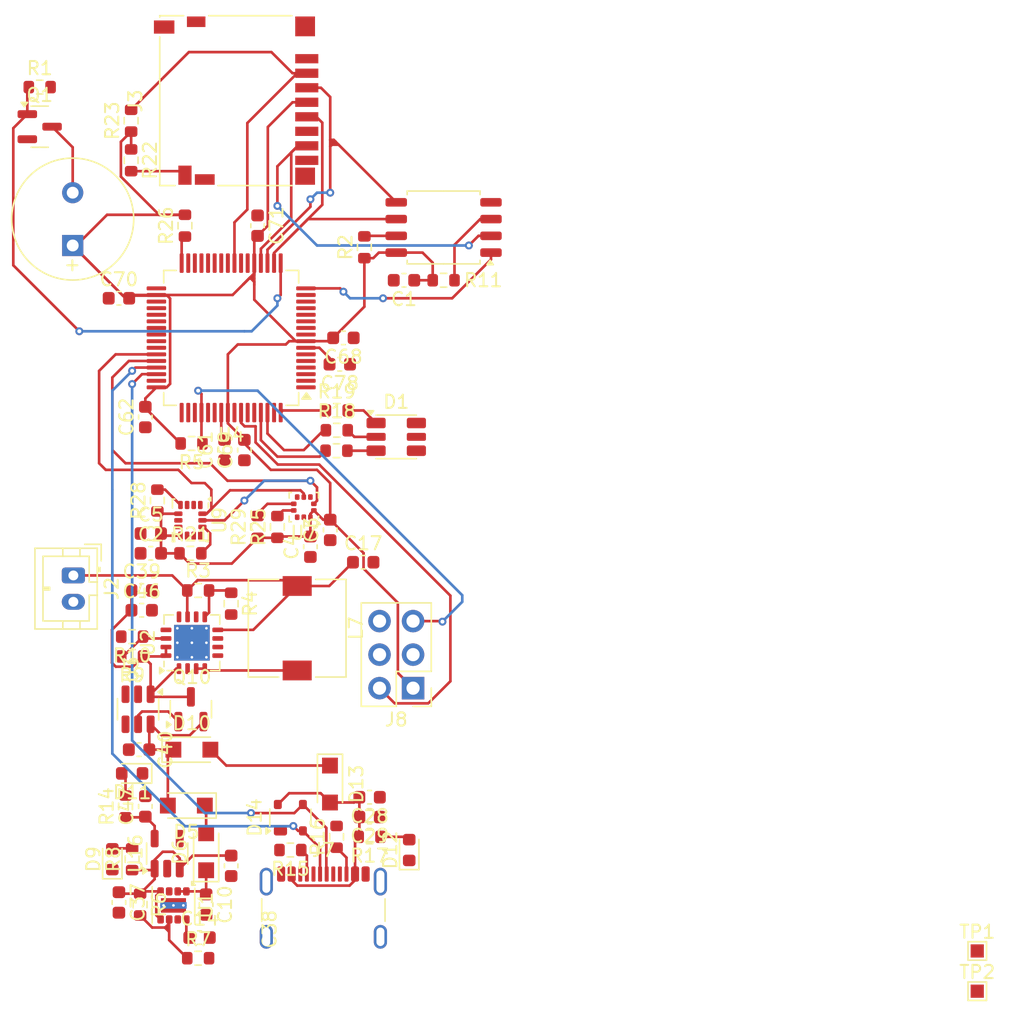
<source format=kicad_pcb>
(kicad_pcb (version 20241229) (generator "pcbnew") (generator_version "9.0")
  (layers (0 "F.Cu" signal) (2 "B.Cu" signal) (13 "F.Paste" user) (15 "B.Paste" user) (5 "F.SilkS" user "F.Silkscreen") (7 "B.SilkS" user "B.Silkscreen") (1 "F.Mask" user) (3 "B.Mask" user) (25 "Edge.Cuts" user))
  (net 0 "")
  (net 1 "+3.3V")
  (net 2 "Net-(BZ2--)")
  (net 3 "GND")
  (net 4 "Net-(D6-K)")
  (net 5 "Net-(U1-SS{slash}TR)")
  (net 6 "Net-(J2-Pin_1)")
  (net 7 "Net-(D13-A)")
  (net 8 "Net-(U16-EN)")
  (net 9 "bat")
  (net 10 "POWAAAA")
  (net 11 "Net-(U4-VDDCORE)")
  (net 12 "Net-(U4-GNDANA)")
  (net 13 "Net-(D1-RA)")
  (net 14 "Net-(D1-GA)")
  (net 15 "Net-(D1-BA)")
  (net 16 "+5V")
  (net 17 "Net-(D9-A)")
  (net 18 "VBUS")
  (net 19 "Net-(D11-A)")
  (net 20 "Net-(D12-A)")
  (net 21 "D+ DMCU-2")
  (net 22 "D- DMCU-2")
  (net 23 "MOSI TMCU")
  (net 26 "SCK TMCU")
  (net 27 "CS_SD MMCU")
  (net 28 "MISO TMCU")
  (net 29 "SD_DETECT")
  (net 31 "Net-(J7-CC1)")
  (net 33 "Net-(J7-CC2)")
  (net 34 "nRESET DMCU-2")
  (net 35 "SWDIO DMCU-2")
  (net 36 "SWCLK DMCU-2")
  (net 37 "Net-(L7-Pad2)")
  (net 38 "BUZZER")
  (net 39 "Net-(Q10-G)")
  (net 40 "Net-(U6-~{HOLD}{slash}~{RESET}{slash}IO_{3})")
  (net 41 "Net-(U2-LBI)")
  (net 42 "Net-(U1-FB)")
  (net 43 "Net-(U2-FB)")
  (net 44 "Net-(U6-~{WP}{slash}IO_{2})")
  (net 45 "2R")
  (net 46 "2G")
  (net 47 "2B")
  (net 48 "Net-(U9-CS)")
  (net 49 "Net-(U7-INT_DRDY)")
  (net 50 "CS_IMU TMCU")
  (net 51 "INTERRUPT TMCU")
  (net 52 "Net-(U7-~{CS})")
  (net 60 "CS_NAND MMCU")
  (net 65 "SPI_CLOCK TMCU")
  (net 67 "PTA12")
  (net 71 "I2C0_SCL")
  (net 81 "RESETN TMCU")
  (net 83 "I2C0_SDA")
  (footprint "Resistor_SMD:R_0603_1608Metric" (layer "F.Cu") (at 85.5 65.1375 -90)
    (property "Reference" "R4")
    (property "Value" "100k")
  )
  (footprint "Capacitor_SMD:C_0603_1608Metric" (layer "F.Cu") (at 87.5 36.5 -90)
    (property "Reference" "C71")
    (property "Value" "100nF")
  )
  (footprint "Capacitor_SMD:C_0603_1608Metric" (layer "F.Cu") (at 79 51 90)
    (property "Reference" "C62")
    (property "Value" "100nF")
  )
  (footprint "Capacitor_SMD:C_0603_1608Metric" (layer "F.Cu") (at 86.5 53.5 90)
    (property "Reference" "C69")
    (property "Value" "100nF")
  )
  (footprint "Resistor_SMD:R_0603_1608Metric" (layer "F.Cu") (at 77.925 28.545 90)
    (property "Reference" "R23")
    (property "Value" "10kΩ")
  )
  (footprint "Resistor_SMD:R_0603_1608Metric" (layer "F.Cu") (at 93.475 53.55)
    (property "Reference" "R13" (hide yes))
    (property "Value" "220")
  )
  (footprint "Capacitor_SMD:C_0603_1608Metric" (layer "F.Cu") (at 85 53.5 90)
    (property "Reference" "C61")
    (property "Value" "100nF")
  )
  (footprint "Capacitor_SMD:C_0603_1608Metric" (layer "F.Cu") (at 95.5 62)
    (property "Reference" "C17")
    (property "Value" "10u")
  )
  (footprint "Package_TO_SOT_SMD:SOT-143" (layer "F.Cu") (at 89.982824 81.354 90)
    (property "Reference" "D14")
    (property "Value" "PRTR5V0U2X" (hide yes))
  )
  (footprint "TestPoint:TestPoint_Pad_1.0x1.0mm" (layer "F.Cu") (at 142 91.45)
    (property "Reference" "TP1")
    (property "Value" "TestPoint")
  )
  (footprint "Resistor_SMD:R_0603_1608Metric" (layer "F.Cu") (at 82.5 53 180)
    (property "Reference" "R5")
    (property "Value" "10k")
  )
  (footprint "Capacitor_SMD:C_0603_1608Metric" (layer "F.Cu") (at 93.725 47 180)
    (property "Reference" "C78")
    (property "Value" "100nF")
  )
  (footprint "Resistor_SMD:R_0603_1608Metric" (layer "F.Cu") (at 78 67.6375 180)
    (property "Reference" "R10")
    (property "Value" "100k")
  )
  (footprint "Package_LGA:LGA-14_3x2.5mm_P0.5mm_LayoutBorder3x4y" (layer "F.Cu") (at 82.4125 58.825 -90)
    (property "Reference" "U9")
    (property "Value" "LSM6DS3")
  )
  (footprint "Package_TO_SOT_SMD:TSOT-23-6" (layer "F.Cu") (at 78.45 73.1375 -90)
    (property "Reference" "U3")
    (property "Value" "LTC4412xS6" (hide yes))
  )
  (footprint "Resistor_SMD:R_0603_1608Metric" (layer "F.Cu") (at 83 64.1375)
    (property "Reference" "R3")
    (property "Value" "100k")
  )
  (footprint "Resistor_SMD:R_0603_1608Metric" (layer "F.Cu") (at 89.982824 83.804 180)
    (property "Reference" "R15")
    (property "Value" "5k1")
  )
  (footprint "Resistor_SMD:R_0603_1608Metric" (layer "F.Cu") (at 71 26)
    (property "Reference" "R1")
    (property "Value" "2k2")
  )
  (footprint "LED_SMD:LED_0603_1608Metric" (layer "F.Cu") (at 76.5 84.5 90)
    (property "Reference" "D9")
    (property "Value" "LED")
  )
  (footprint "Resistor_SMD:R_0603_1608Metric" (layer "F.Cu") (at 93.482824 82.804 90)
    (property "Reference" "R16")
    (property "Value" "5k1")
  )
  (footprint "Package_SO:SOIC-8_5.3x5.3mm_P1.27mm" (layer "F.Cu") (at 101.5875 36.635 180)
    (property "Reference" "U6" (hide yes))
    (property "Value" "NAND")
  )
  (footprint "Resistor_SMD:R_0603_1608Metric" (layer "F.Cu") (at 95.5875 38.135 90)
    (property "Reference" "R2")
    (property "Value" "10kΩ")
  )
  (footprint "Resistor_SMD:R_0603_1608Metric" (layer "F.Cu") (at 93.5 50.5)
    (property "Reference" "R19")
    (property "Value" "220")
  )
  (footprint "Capacitor_SMD:C_0603_1608Metric" (layer "F.Cu") (at 95.982824 79.804 180)
    (property "Reference" "C28")
    (property "Value" "4n7")
  )
  (footprint "Buzzer_Beeper:MagneticBuzzer_PUI_AT-0927-TT-6-R" (layer "F.Cu") (at 73.5 38 90)
    (property "Reference" "BZ2" (hide yes))
    (property "Value" "Buzzer")
  )
  (footprint "Capacitor_SMD:C_0603_1608Metric" (layer "F.Cu") (at 79.4125 59.825)
    (property "Reference" "C5")
    (property "Value" "100nF")
  )
  (footprint "Connector_JST:JST_PH_B2B-PH-K_1x02_P2.00mm_Vertical" (layer "F.Cu") (at 73.55 63 -90)
    (property "Reference" "J2")
    (property "Value" "Conn_01x02_Pin" (hide yes))
  )
  (footprint "Capacitor_SMD:C_0603_1608Metric" (layer "F.Cu") (at 94 45 180)
    (property "Reference" "C68")
    (property "Value" "100nF")
  )
  (footprint "Capacitor_SMD:C_0603_1608Metric" (layer "F.Cu") (at 79 80.5 90)
    (property "Reference" "C47")
    (property "Value" "1u")
  )
  (footprint "Package_DFN_QFN:Texas_RSA_VQFN-16-1EP_4x4mm_P0.65mm_EP2.7x2.7mm_ThermalVias" (layer "F.Cu") (at 82.525 68.1 90)
    (property "Reference" "U2")
    (property "Value" "TPS61092" (hide yes))
  )
  (footprint "Diode_SMD:Nexperia_CFP3_SOD-123W" (layer "F.Cu") (at 92.982824 78.804 -90)
    (property "Reference" "D13")
    (property "Value" "PMEG6020ER" (hide yes))
  )
  (footprint "Connector_USB:USB_C_Receptacle_GCT_USB4105-xx-A_16P_TopMnt_Horizontal" (layer "F.Cu") (at 92.482824 89.304)
    (property "Reference" "J7")
    (property "Value" "USB_C_Receptacle_USB2.0_16P")
  )
  (footprint "Resistor_SMD:R_0603_1608Metric" (layer "F.Cu") (at 93.5 52)
    (property "Reference" "R18")
    (property "Value" "220")
  )
  (footprint "Capacitor_SMD:C_0603_1608Metric" (layer "F.Cu") (at 93 59.55 90)
    (property "Reference" "C3")
    (property "Value" "100nF")
  )
  (footprint "Capacitor_SMD:C_0603_1608Metric" (layer "F.Cu") (at 83.105 90.4375)
    (property "Reference" "C14")
    (property "Value" "3.3 nF")
  )
  (footprint "Resistor_SMD:R_0603_1608Metric" (layer "F.Cu") (at 79.9125 57.325 90)
    (property "Reference" "R28")
    (property "Value" "10k")
  )
  (footprint "Resistor_SMD:R_0603_1608Metric" (layer "F.Cu") (at 87.5 59.325 90)
    (property "Reference" "R29")
    (property "Value" "10k")
  )
  (footprint "Resistor_SMD:R_0603_1608Metric" (layer "F.Cu") (at 82 36.5 90)
    (property "Reference" "R26")
    (property "Value" "R")
  )
  (footprint "Capacitor_SMD:C_0603_1608Metric" (layer "F.Cu") (at 78.525 76.2 180)
    (property "Reference" "C40")
    (property "Value" "10uF")
  )
  (footprint "Capacitor_SMD:C_0603_1608Metric" (layer "F.Cu") (at 83.605 87.9375 -90)
    (property "Reference" "C10")
    (property "Value" "10uF")
  )
  (footprint "Resistor_SMD:R_0603_1608Metric" (layer "F.Cu") (at 77.925 31.545 -90)
    (property "Reference" "R22")
    (property "Value" "10k")
  )
  (footprint "Resistor_SMD:R_0603_1608Metric" (layer "F.Cu") (at 101.5875 40.635)
    (property "Reference" "R11")
    (property "Value" "10kΩ")
  )
  (footprint "Inductor_SMD:L_7.3x7.3_H4.5" (layer "F.Cu") (at 90.5 67 -90)
    (property "Reference" "L7")
    (property "Value" "SLF7055T-6R8N2R8-3PF" (hide yes))
  )
  (footprint "Resistor_SMD:R_0603_1608Metric" (layer "F.Cu") (at 78.605 87.9375 -90)
    (property "Reference" "R6")
    (property "Value" "350k")
  )
  (footprint "Diode_SMD:Nexperia_CFP3_SOD-123W" (layer "F.Cu") (at 82.105 80.4375 180)
    (property "Reference" "D5")
    (property "Value" "PMEG6020ER" (hide yes))
  )
  (footprint "Capacitor_SMD:C_0603_1608Metric" (layer "F.Cu") (at 85.5 85 -90)
    (property "Reference" "C38")
    (property "Value" "1uF")
  )
  (footprint "LED_SMD:LED_0603_1608Metric" (layer "F.Cu") (at 78 78 180)
    (property "Reference" "D11")
    (property "Value" "LED")
  )
  (footprint "Capacitor_SMD:C_0603_1608Metric" (layer "F.Cu") (at 98.5875 40.635 180)
    (property "Reference" "C1")
    (property "Value" "100nF")
  )
  (footprint "TestPoint:TestPoint_Pad_1.0x1.0mm" (layer "F.Cu") (at 142 94.5)
    (property "Reference" "TP2")
    (property "Value" "TestPoint")
  )
  (footprint "Package_TO_SOT_SMD:SOT-23" (layer "F.Cu") (at 82.45 73.1375 90)
    (property "Reference" "Q10")
    (property "Value" "DMG2301L" (hide yes))
  )
  (footprint "Resistor_SMD:R_0603_1608Metric" (layer "F.Cu") (at 82.4125 61.325)
    (property "Reference" "R21")
    (property "Value" "10k")
  )
  (footprint "Connector_Card:microSD_HC_Hirose_DM3D-SF" (layer "F.Cu") (at 85.875 27.025 90)
    (property "Reference" "J3")
    (property "Value" "Micro_SD_Card_Det1")
  )
  (footprint "Package_LGA:ST_HLGA-10_2x2mm_P0.5mm_LayoutBorder3x2y" (layer "F.Cu") (at 91 57.825 180)
    (property "Reference" "U7")
    (property "Value" "LPS22HB")
  )
  (footprint "Resistor_SMD:R_0603_1608Metric" (layer "F.Cu") (at 83 92)
    (property "Reference" "R7")
    (property "Value" "100k")
  )
  (footprint "Connector_PinHeader_2.54mm:PinHeader_2x03_P2.54mm_Vertical" (layer "F.Cu") (at 99.275 71.54 180)
    (property "Reference" "J8")
    (property "Value" "Conn_02x03_Counter_Clockwise")
  )
  (footprint "LED_SMD:LED_0603_1608Metric" (layer "F.Cu") (at 98.982824 83.804 90)
    (property "Reference" "D12")
    (property "Value" "LED")
  )
  (footprint "Capacitor_SMD:C_0603_1608Metric" (layer "F.Cu") (at 91.5 60.825 90)
    (property "Reference" "C4")
    (property "Value" "100nF")
  )
  (footprint "Resistor_SMD:R_0603_1608Metric" (layer "F.Cu") (at 78 69.1375 180)
    (property "Reference" "R9")
    (property "Value" "430k")
  )
  (footprint "Capacitor_SMD:C_0603_1608Metric" (layer "F.Cu") (at 79.4125 61.325)
    (property "Reference" "C2")
    (property "Value" "100nF")
  )
  (footprint "Capacitor_SMD:C_0603_1608Metric" (layer "F.Cu") (at 77 42)
    (property "Reference" "C70")
    (property "Value" "100nF")
  )
  (footprint "Capacitor_SMD:C_0603_1608Metric" (layer "F.Cu") (at 78.725 64.1375)
    (property "Reference" "C39")
    (property "Value" "2u2")
  )
  (footprint "Package_TO_SOT_SMD:SOT-23-5" (layer "F.Cu") (at 80.655 84.075 90)
    (property "Reference" "U16")
    (property "Value" "AP2112K-3.3")
  )
  (footprint "LED_SMD:LED_ROHM_SMLVN6" (layer "F.Cu") (at 98 52.5)
    (property "Reference" "D1")
    (property "Value" "SMLVN6RGB")
  )
  (footprint "Capacitor_SMD:C_0603_1608Metric" (layer "F.Cu") (at 78.725 65.6375)
    (property "Reference" "C46")
    (property "Value" "100u")
  )
  (footprint "Package_LGA:Texas_SIL0008D_MicroSiP-8-1EP_2.8x3mm_P0.65mm_EP1.1x1.9mm_ThermalVias" (layer "F.Cu") (at 81.13 88 -90)
    (property "Reference" "U1")
    (property "Value" "TPS82130" (hide yes))
  )
  (footprint "Package_TO_SOT_SMD:SOT-23" (layer "F.Cu") (at 71 29)
    (property "Reference" "Q1")
    (property "Value" "BSS138")
  )
  (footprint "Resistor_SMD:R_0603_1608Metric" (layer "F.Cu") (at 78 84.5 90)
    (property "Reference" "R8")
    (property "Value" "100")
  )
  (footprint "Diode_SMD:Nexperia_CFP3_SOD-123W" (layer "F.Cu") (at 83.605 83.9375 90)
    (property "Reference" "D6")
    (property "Value" "PMEG6020ER" (hide yes))
  )
  (footprint "Resistor_SMD:R_0603_1608Metric" (layer "F.Cu") (at 89 59.325 90)
    (property "Reference" "R25")
    (property "Value" "10k")
  )
  (footprint "Package_QFP:TQFP-64_10x10mm_P0.5mm" (layer "F.Cu") (at 85.5 45 180)
    (property "Reference" "U4")
    (property "Value" "TMCU")
  )
  (footprint "Capacitor_SMD:C_0603_1608Metric" (layer "F.Cu") (at 77 87.775 -90)
    (property "Reference" "C37")
    (property "Value" "22uF")
  )
  (footprint "Diode_SMD:Nexperia_CFP3_SOD-123W" (layer "F.Cu") (at 82.525 76.2)
    (property "Reference" "D10")
    (property "Value" "PMEG6020ER" (hide yes))
  )
  (footprint "Resistor_SMD:R_0603_1608Metric" (layer "F.Cu") (at 95.982824 82.804 180)
    (property "Reference" "R17")
    (property "Value" "330")
  )
  (footprint "Capacitor_SMD:C_0603_1608Metric" (layer "F.Cu") (at 95.982824 81.304 180)
    (property "Reference" "C29")
    (property "Value" "100n")
  )
  (footprint "Resistor_SMD:R_0603_1608Metric" (layer "F.Cu") (at 77.5 80.5 90)
    (property "Reference" "R14")
    (property "Value" "330")
  )
  (segment (start 81.675 53) (end 79 50.325) (width 0.2) (layer "F.Cu") (net 1))
  (segment (start 79 49.5875) (end 79.8375 48.75) (width 0.2) (layer "F.Cu") (net 1))
  (segment (start 95.5875 38.96) (end 95.5875 42.6375) (width 0.2) (layer "F.Cu") (net 1))
  (segment (start 86.858824 40.5) (end 87 40.5) (width 0.2) (layer "F.Cu") (net 1))
  (segment (start 98.124 65.07411) (end 95.524 62.47411) (width 0.2) (layer "F.Cu") (net 1))
  (segment (start 89.275 60.05) (end 91.5 60.05) (width 0.2) (layer "F.Cu") (net 1))
  (segment (start 73.5 38) (end 73.775 38) (width 0.2) (layer "F.Cu") (net 1))
  (segment (start 90.15 27.15) (end 88.276 29.024) (width 0.2) (layer "F.Cu") (net 1))
  (segment (start 77.925 29.37) (end 77.149 30.146) (width 0.2) (layer "F.Cu") (net 1))
  (segment (start 95.5875 38.96) (end 96.2625 38.96) (width 0.2) (layer "F.Cu") (net 1))
  (segment (start 85.608824 41.75) (end 86.429412 40.929412) (width 0.2) (layer "F.Cu") (net 1))
  (segment (start 89.175 60.15) (end 89.275 60.05) (width 0.2) (layer "F.Cu") (net 1))
  (segment (start 80.876 48.482824) (end 80.608824 48.75) (width 0.2) (layer "F.Cu") (net 1))
  (segment (start 96.2625 38.96) (end 96.6825 38.54) (width 0.2) (layer "F.Cu") (net 1))
  (segment (start 80.1875 58.425) (end 79.9125 58.15) (width 0.2) (layer "F.Cu") (net 1))
  (segment (start 87.25 40.5) (end 87.25 41) (width 0.2) (layer "F.Cu") (net 1))
  (segment (start 79.8375 41.75) (end 78.025 41.75) (width 0.2) (layer "F.Cu") (net 1))
  (segment (start 99.275 71.54) (end 98.124 70.389) (width 0.2) (layer "F.Cu") (net 1))
  (segment (start 88.276 36.499) (end 87.5 37.275) (width 0.2) (layer "F.Cu") (net 1))
  (segment (start 81.5875 61.325) (end 80.1875 61.325) (width 0.2) (layer "F.Cu") (net 1))
  (segment (start 92 55) (end 88.5 55) (width 0.2) (layer "F.Cu") (net 1))
  (segment (start 80.0875 58.325) (end 81.5 58.325) (width 0.2) (layer "F.Cu") (net 1))
  (segment (start 91.5 60.05) (end 91.5 58.5875) (width 0.2) (layer "F.Cu") (net 1))
  (segment (start 88.276 29.024) (end 88.276 36.499) (width 0.2) (layer "F.Cu") (net 1))
  (segment (start 86.929412 40.429412) (end 87.25 40.108824) (width 0.2) (layer "F.Cu") (net 1))
  (segment (start 98.124 70.389) (end 98.124 65.07411) (width 0.2) (layer "F.Cu") (net 1))
  (segment (start 87 40.5) (end 87.25 40.75) (width 0.2) (layer "F.Cu") (net 1))
  (segment (start 73.5 38) (end 77.5 42) (width 0.2) (layer "F.Cu") (net 1))
  (segment (start 87.25 37.525) (end 87.25 39.3375) (width 0.2) (layer "F.Cu") (net 1))
  (segment (start 86.429412 40.929412) (end 86.929412 40.429412) (width 0.2) (layer "F.Cu") (net 1))
  (segment (start 87.25 39.3375) (end 87.25 40.5) (width 0.2) (layer "F.Cu") (net 1))
  (segment (start 77.5 42) (end 77.775 42) (width 0.2) (layer "F.Cu") (net 1))
  (segment (start 77.925 29.37) (end 77.925 30.72) (width 0.2) (layer "F.Cu") (net 1))
  (segment (start 95.524 62.47411) (end 95.524 61.299) (width 0.2) (layer "F.Cu") (net 1))
  (segment (start 89 60.15) (end 87.5 60.15) (width 0.2) (layer "F.Cu") (net 1))
  (segment (start 93.225 45) (end 92.975 45.25) (width 0.2) (layer "F.Cu") (net 1))
  (segment (start 91.5 58.5875) (end 91.5 58.3375) (width 0.2) (layer "F.Cu") (net 1))
  (segment (start 89.641176 45.5) (end 89.891176 45.25) (width 0.2) (layer "F.Cu") (net 1))
  (segment (start 91.5 58.3375) (end 91.7625 58.075) (width 0.2) (layer "F.Cu") (net 1))
  (segment (start 87.25 40.25) (end 87 40.5) (width 0.2) (layer "F.Cu") (net 1))
  (segment (start 87.25 40.108824) (end 87.25 39.3375) (width 0.2) (layer "F.Cu") (net 1))
  (segment (start 87 40.5) (end 87.25 40.5) (width 0.2) (layer "F.Cu") (net 1))
  (segment (start 92.975 45.25) (end 91.1625 45.25) (width 0.2) (layer "F.Cu") (net 1))
  (segment (start 79.705 82.9375) (end 79.705 81.98) (width 0.2) (layer "F.Cu") (net 1))
  (segment (start 91.225 27.15) (end 90.15 27.15) (width 0.2) (layer "F.Cu") (net 1))
  (segment (start 85.25 46.25) (end 86 45.5) (width 0.2) (layer "F.Cu") (net 1))
  (segment (start 87.5 37.275) (end 87.25 37.525) (width 0.2) (layer "F.Cu") (net 1))
  (segment (start 80.1875 59.825) (end 80.1875 58.425) (width 0.2) (layer "F.Cu") (net 1))
  (segment (start 81.6625 59.9875) (end 80.35 59.9875) (width 0.2) (layer "F.Cu") (net 1))
  (segment (start 73.5 38) (end 77.299 41.799) (width 0.2) (layer "F.Cu") (net 1))
  (segment (start 80.1875 61.325) (end 80.1875 59.825) (width 0.2) (layer "F.Cu") (net 1))
  (segment (start 78.025 41.75) (end 77.775 42) (width 0.2) (layer "F.Cu") (net 1))
  (segment (start 95.5875 42.6375) (end 93.225 45) (width 0.2) (layer "F.Cu") (net 1))
  (segment (start 87.25 40.75) (end 86.929412 40.429412) (width 0.2) (layer "F.Cu") (net 1))
  (segment (start 87.25 41) (end 87.25 40.75) (width 0.2) (layer "F.Cu") (net 1))
  (segment (start 77.149 32.783064) (end 80.040936 35.675) (width 0.2) (layer "F.Cu") (net 1))
  (segment (start 90.391176 45.25) (end 91.1625 45.25) (width 0.2) (layer "F.Cu") (net 1))
  (segment (start 86.5 53) (end 86.5 52.725) (width 0.2) (layer "F.Cu") (net 1))
  (segment (start 78.95 81.325) (end 79 81.275) (width 0.2) (layer "F.Cu") (net 1))
  (segment (start 79.8375 41.75) (end 85.608824 41.75) (width 0.2) (layer "F.Cu") (net 1))
  (segment (start 77.5 81.325) (end 78.95 81.325) (width 0.2) (layer "F.Cu") (net 1))
  (segment (start 79 50.225) (end 79 49.5875) (width 0.2) (layer "F.Cu") (net 1))
  (segment (start 100.7625 39.31) (end 99.9925 38.54) (width 0.2) (layer "F.Cu") (net 1))
  (segment (start 79 50.325) (end 79 50.225) (width 0.2) (layer "F.Cu") (net 1))
  (segment (start 93 58.775) (end 92.4625 58.775) (width 0.2) (layer "F.Cu") (net 1))
  (segment (start 88.5 55) (end 86.5 53) (width 0.2) (layer "F.Cu") (net 1))
  (segment (start 96.6825 38.54) (end 98 38.54) (width 0.2) (layer "F.Cu") (net 1))
  (segment (start 95.524 61.299) (end 93 58.775) (width 0.2) (layer "F.Cu") (net 1))
  (segment (start 91.1625 45.25) (end 89.891176 45.25) (width 0.2) (layer "F.Cu") (net 1))
  (segment (start 87.25 42.108824) (end 90.391176 45.25) (width 0.2) (layer "F.Cu") (net 1))
  (segment (start 86 45.5) (end 89.641176 45.5) (width 0.2) (layer "F.Cu") (net 1))
  (segment (start 86.929412 40.429412) (end 87 40.5) (width 0.2) (layer "F.Cu") (net 1))
  (segment (start 99.3625 40.635) (end 100.7625 40.635) (width 0.2) (layer "F.Cu") (net 1))
  (segment (start 80.876 42.017176) (end 80.876 48.482824) (width 0.2) (layer "F.Cu") (net 1))
  (segment (start 85.25 51.475) (end 85.25 50.6625) (width 0.2) (layer "F.Cu") (net 1))
  (segment (start 86.429412 40.929412) (end 86.858824 40.5) (width 0.2) (layer "F.Cu") (net 1))
  (segment (start 80.608824 48.75) (end 79.8375 48.75) (width 0.2) (layer "F.Cu") (net 1))
  (segment (start 77.299 41.799) (end 80.657824 41.799) (width 0.2) (layer "F.Cu") (net 1))
  (segment (start 92.4625 58.775) (end 91.7625 58.075) (width 0.2) (layer "F.Cu") (net 1))
  (segment (start 80.657824 41.799) (end 80.876 42.017176) (width 0.2) (layer "F.Cu") (net 1))
  (segment (start 85.25 50.6625) (end 85.25 46.25) (width 0.2) (layer "F.Cu") (net 1))
  (segment (start 77.149 30.146) (end 77.149 32.783064) (width 0.2) (layer "F.Cu") (net 1))
  (segment (start 82.3635 62.101) (end 81.5875 61.325) (width 0.2) (layer "F.Cu") (net 1))
  (segment (start 76.1 35.675) (end 82 35.675) (width 0.2) (layer "F.Cu") (net 1))
  (segment (start 85.549 62.101) (end 82.3635 62.101) (width 0.2) (layer "F.Cu") (net 1))
  (segment (start 89 60.15) (end 89.175 60.15) (width 0.2) (layer "F.Cu") (net 1))
  (segment (start 79.9125 58.15) (end 80.0875 58.325) (width 0.2) (layer "F.Cu") (net 1))
  (segment (start 86.5 52.725) (end 85.25 51.475) (width 0.2) (layer "F.Cu") (net 1))
  (segment (start 87.5 60.15) (end 85.549 62.101) (width 0.2) (layer "F.Cu") (net 1))
  (segment (start 100.7625 40.635) (end 100.7625 39.31) (width 0.2) (layer "F.Cu") (net 1))
  (segment (start 79.705 81.98) (end 79 81.275) (width 0.2) (layer "F.Cu") (net 1))
  (segment (start 99.9925 38.54) (end 98 38.54) (width 0.2) (layer "F.Cu") (net 1))
  (segment (start 80.35 59.9875) (end 80.1875 59.825) (width 0.2) (layer "F.Cu") (net 1))
  (segment (start 93 58.775) (end 93 56) (width 0.2) (layer "F.Cu") (net 1))
  (segment (start 73.775 38) (end 76.1 35.675) (width 0.2) (layer "F.Cu") (net 1))
  (segment (start 87.25 40.108824) (end 87.25 40.25) (width 0.2) (layer "F.Cu") (net 1))
  (segment (start 80.040936 35.675) (end 82 35.675) (width 0.2) (layer "F.Cu") (net 1))
  (segment (start 93 56) (end 92 55) (width 0.2) (layer "F.Cu") (net 1))
  (segment (start 87.25 41) (end 87.25 42.108824) (width 0.2) (layer "F.Cu") (net 1))
  (segment (start 71.9375 29) (end 73.5 30.5625) (width 0.2) (layer "F.Cu") (net 2))
  (segment (start 73.5 30.5625) (end 73.5 33.5) (width 0.2) (layer "F.Cu") (net 2))
  (segment (start 83.605 87.1625) (end 83.605 85.3375) (width 0.2) (layer "F.Cu") (net 4))
  (segment (start 83.38 86.9375) (end 83.605 87.1625) (width 0.2) (layer "F.Cu") (net 4))
  (segment (start 81.455 86.9375) (end 82.105 86.9375) (width 0.2) (layer "F.Cu") (net 4))
  (segment (start 82.105 86.9375) (end 83.38 86.9375) (width 0.2) (layer "F.Cu") (net 4))
  (segment (start 82.105 89.0625) (end 82.105 90.2125) (width 0.2) (layer "F.Cu") (net 5))
  (segment (start 82.105 90.2125) (end 82.33 90.4375) (width 0.2) (layer "F.Cu") (net 5))
  (segment (start 82.175 64.1375) (end 82.175 66.1125) (width 0.2) (layer "F.Cu") (net 6))
  (segment (start 81.0375 63) (end 82.175 64.1375) (width 0.2) (layer "F.Cu") (net 6))
  (segment (start 73.55 63) (end 81.0375 63) (width 0.2) (layer "F.Cu") (net 6))
  (segment (start 90.0615 63.3615) (end 90.5 63.8) (width 0.2) (layer "F.Cu") (net 6))
  (segment (start 87.175 67.125) (end 84.4875 67.125) (width 0.2) (layer "F.Cu") (net 6))
  (segment (start 90.5 63.8) (end 92.925 63.8) (width 0.2) (layer "F.Cu") (net 6))
  (segment (start 90.5 63.8) (end 87.175 67.125) (width 0.2) (layer "F.Cu") (net 6))
  (segment (start 82.175 66.1125) (end 82.2 66.1375) (width 0.2) (layer "F.Cu") (net 6))
  (segment (start 82.175 64.1375) (end 82.951 63.3615) (width 0.2) (layer "F.Cu") (net 6))
  (segment (start 92.925 63.8) (end 94.725 62) (width 0.2) (layer "F.Cu") (net 6))
  (segment (start 82.951 63.3615) (end 90.0615 63.3615) (width 0.2) (layer "F.Cu") (net 6))
  (segment (start 95.207824 79.804) (end 95.207824 81.304) (width 0.2) (layer "F.Cu") (net 7))
  (segment (start 94.882824 85.624) (end 94.882824 86.082824) (width 0.2) (layer "F.Cu") (net 7))
  (segment (start 94.882824 83.079) (end 94.882824 85.624) (width 0.2) (layer "F.Cu") (net 7))
  (segment (start 89.886824 79.5) (end 92.278824 79.5) (width 0.2) (layer "F.Cu") (net 7))
  (segment (start 95.207824 82.754) (end 95.157824 82.804) (width 0.2) (layer "F.Cu") (net 7))
  (segment (start 95.207824 81.304) (end 95.207824 82.754) (width 0.2) (layer "F.Cu") (net 7))
  (segment (start 95.157824 82.804) (end 94.882824 83.079) (width 0.2) (layer "F.Cu") (net 7))
  (segment (start 90.5 86.5) (end 90.082824 86.082824) (width 0.2) (layer "F.Cu") (net 7))
  (segment (start 89.032824 80.354) (end 89.886824 79.5) (width 0.2) (layer "F.Cu") (net 7))
  (segment (start 94.465648 86.5) (end 90.5 86.5) (width 0.2) (layer "F.Cu") (net 7))
  (segment (start 92.982824 80.204) (end 94.807824 80.204) (width 0.2) (layer "F.Cu") (net 7))
  (segment (start 94.807824 80.204) (end 95.207824 79.804) (width 0.2) (layer "F.Cu") (net 7))
  (segment (start 90.082824 86.082824) (end 90.082824 85.624) (width 0.2) (layer "F.Cu") (net 7))
  (segment (start 92.278824 79.5) (end 92.982824 80.204) (width 0.2) (layer "F.Cu") (net 7))
  (segment (start 94.882824 86.082824) (end 94.465648 86.5) (width 0.2) (layer "F.Cu") (net 7))
  (segment (start 79.829 87.2635) (end 80.155 86.9375) (width 0.2) (layer "F.Cu") (net 8))
  (segment (start 80.317501 83.9375) (end 79.705 84.550001) (width 0.2) (layer "F.Cu") (net 8))
  (segment (start 80.155 89.0625) (end 79.829 88.7365) (width 0.2) (layer "F.Cu") (net 8))
  (segment (start 79.5925 85.325) (end 79.705 85.2125) (width 0.2) (layer "F.Cu") (net 8))
  (segment (start 80.155 86.9375) (end 78.78 86.9375) (width 0.2) (layer "F.Cu") (net 8))
  (segment (start 81.605 85.2125) (end 81.605 84.4375) (width 0.2) (layer "F.Cu") (net 8))
  (segment (start 81.105 83.9375) (end 80.317501 83.9375) (width 0.2) (layer "F.Cu") (net 8))
  (segment (start 78.78 86.9375) (end 78.605 87.1125) (width 0.2) (layer "F.Cu") (net 8))
  (segment (start 77.1125 87.1125) (end 77 87) (width 0.2) (layer "F.Cu") (net 8))
  (segment (start 78 85.325) (end 79.5925 85.325) (width 0.2) (layer "F.Cu") (net 8))
  (segment (start 79.829 88.7365) (end 79.829 87.2635) (width 0.2) (layer "F.Cu") (net 8))
  (segment (start 81.605 84.4375) (end 81.105 83.9375) (width 0.2) (layer "F.Cu") (net 8))
  (segment (start 79.705 84.550001) (end 79.705 85.2125) (width 0.2) (layer "F.Cu") (net 8))
  (segment (start 82.5925 84.225) (end 81.605 85.2125) (width 0.2) (layer "F.Cu") (net 8))
  (segment (start 79.705 85.2125) (end 79.705 86.0125) (width 0.2) (layer "F.Cu") (net 8))
  (segment (start 78.605 87.1125) (end 77.1125 87.1125) (width 0.2) (layer "F.Cu") (net 8))
  (segment (start 85.5 84.225) (end 82.5925 84.225) (width 0.2) (layer "F.Cu") (net 8))
  (segment (start 79.705 86.0125) (end 78.605 87.1125) (width 0.2) (layer "F.Cu") (net 8))
  (segment (start 76.474 69.625564) (end 76.761936 69.9135) (width 0.2) (layer "F.Cu") (net 9))
  (segment (start 82.45 72.2) (end 79.6 72.2) (width 0.2) (layer "F.Cu") (net 9))
  (segment (start 79.4 72) (end 81.3375 70.0625) (width 0.2) (layer "F.Cu") (net 9))
  (segment (start 76.761936 69.9135) (end 78.049 69.9135) (width 0.2) (layer "F.Cu") (net 9))
  (segment (start 78.049 69.9135) (end 78.825 69.1375) (width 0.2) (layer "F.Cu") (net 9))
  (segment (start 76.474 67.1135) (end 76.474 69.625564) (width 0.2) (layer "F.Cu") (net 9))
  (segment (start 79.4 72) (end 79.4 69.7125) (width 0.2) (layer "F.Cu") (net 9))
  (segment (start 80.5625 69.075) (end 80.5625 68.425) (width 0.2) (layer "F.Cu") (net 9))
  (segment (start 77.95 64.1375) (end 77.95 65.6375) (width 0.2) (layer "F.Cu") (net 9))
  (segment (start 78.825 69.1375) (end 80.5 69.1375) (width 0.2) (layer "F.Cu") (net 9))
  (segment (start 79.6 72.2) (end 79.4 72) (width 0.2) (layer "F.Cu") (net 9))
  (segment (start 77.95 65.6375) (end 76.474 67.1135) (width 0.2) (layer "F.Cu") (net 9))
  (segment (start 80.5 69.1375) (end 80.5625 69.075) (width 0.2) (layer "F.Cu") (net 9))
  (segment (start 81.3375 70.0625) (end 81.55 70.0625) (width 0.2) (layer "F.Cu") (net 9))
  (segment (start 79.4 69.7125) (end 78.825 69.1375) (width 0.2) (layer "F.Cu") (net 9))
  (segment (start 79.3 76.2) (end 79.3 74.375) (width 0.2) (layer "F.Cu") (net 10))
  (segment (start 79.3 74.375) (end 79.4 74.275) (width 0.2) (layer "F.Cu") (net 10))
  (segment (start 82.3615 75.1135) (end 80.2385 75.1135) (width 0.2) (layer "F.Cu") (net 10))
  (segment (start 80.705 76.62) (end 81.125 76.2) (width 0.2) (layer "F.Cu") (net 10))
  (segment (start 80.2385 75.1135) (end 79.4 74.275) (width 0.2) (layer "F.Cu") (net 10))
  (segment (start 79.425 76.325) (end 79.3 76.2) (width 0.2) (layer "F.Cu") (net 10))
  (segment (start 81.125 76.2) (end 79.3 76.2) (width 0.2) (layer "F.Cu") (net 10))
  (segment (start 80.705 80.4375) (end 80.705 76.62) (width 0.2) (layer "F.Cu") (net 10))
  (segment (start 83.4 74.075) (end 82.3615 75.1135) (width 0.2) (layer "F.Cu") (net 10))
  (segment (start 84.75 52.475) (end 84.75 50.6625) (width 0.2) (layer "F.Cu") (net 11))
  (segment (start 85 52.725) (end 84.75 52.475) (width 0.2) (layer "F.Cu") (net 11))
  (segment (start 92.175 45.75) (end 91.1625 45.75) (width 0.2) (layer "F.Cu") (net 12))
  (segment (start 92.95 46.525) (end 92.175 45.75) (width 0.2) (layer "F.Cu") (net 12))
  (segment (start 92.95 47) (end 92.95 46.525) (width 0.2) (layer "F.Cu") (net 12))
  (segment (start 94.825 52.5) (end 96.475 52.5) (width 0.2) (layer "F.Cu") (net 13))
  (segment (start 94.325 52) (end 94.825 52.5) (width 0.2) (layer "F.Cu") (net 13))
  (segment (start 94.3 53.55) (end 96.475 53.55) (width 0.2) (layer "F.Cu") (net 14))
  (segment (start 95.525 50.5) (end 96.475 51.45) (width 0.2) (layer "F.Cu") (net 15))
  (segment (start 94.325 50.5) (end 95.525 50.5) (width 0.2) (layer "F.Cu") (net 15))
  (segment (start 83.605 82.5375) (end 83.605 80.5375) (width 0.2) (layer "F.Cu") (net 16))
  (segment (start 83.605 80.5375) (end 83.505 80.4375) (width 0.2) (layer "F.Cu") (net 16))
  (segment (start 76.5375 83.675) (end 76.5 83.7125) (width 0.2) (layer "F.Cu") (net 17))
  (segment (start 78 83.675) (end 76.5375 83.675) (width 0.2) (layer "F.Cu") (net 17))
  (segment (start 92.982824 77.404) (end 85.129 77.404) (width 0.2) (layer "F.Cu") (net 18))
  (segment (start 85.129 77.404) (end 83.925 76.2) (width 0.2) (layer "F.Cu") (net 18))
  (segment (start 77.5 78.2875) (end 77.2125 78) (width 0.2) (layer "F.Cu") (net 19))
  (segment (start 77.5 79.675) (end 77.5 78.2875) (width 0.2) (layer "F.Cu") (net 19))
  (segment (start 96.807824 82.804) (end 98.770324 82.804) (width 0.2) (layer "F.Cu") (net 20))
  (segment (start 98.770324 82.804) (end 98.982824 83.0165) (width 0.2) (layer "F.Cu") (net 20))
  (segment (start 90.932824 82.354) (end 90.576376 82.354) (width 0.2) (layer "F.Cu") (net 21))
  (segment (start 78.25 47.25) (end 79.8375 47.25) (width 0.2) (layer "F.Cu") (net 21))
  (segment (start 90.576376 82.354) (end 90.206336 81.98396) (width 0.2) (layer "F.Cu") (net 21))
  (segment (start 92.232824 83.654) (end 92.232824 85.624) (width 0.2) (layer "F.Cu") (net 21))
  (segment (start 90.932824 82.354) (end 92.232824 83.654) (width 0.2) (layer "F.Cu") (net 21))
  (segment (start 78 47.5) (end 78.25 47.25) (width 0.2) (layer "F.Cu") (net 21))
  (via (at 78 47.5) (size 0.6) (drill 0.3) (layers "F.Cu" "B.Cu") (net 21))
  (via (at 90.206336 81.98396) (size 0.6) (drill 0.3) (layers "F.Cu" "B.Cu") (net 21))
  (segment (start 90.190296 82) (end 82 82) (width 0.2) (layer "B.Cu") (net 21))
  (segment (start 90.206336 81.98396) (end 90.190296 82) (width 0.2) (layer "B.Cu") (net 21))
  (segment (start 76.5 56.5) (end 76.5 49) (width 0.2) (layer "B.Cu") (net 21))
  (segment (start 82 82) (end 76.5 76.5) (width 0.2) (layer "B.Cu") (net 21))
  (segment (start 76.5 76.5) (end 76.5 56.5) (width 0.2) (layer "B.Cu") (net 21))
  (segment (start 76.5 49) (end 78 47.5) (width 0.2) (layer "B.Cu") (net 21))
  (segment (start 87 81) (end 87.005 81.005) (width 0.2) (layer "F.Cu") (net 22))
  (segment (start 90.281824 81.005) (end 90.932824 80.354) (width 0.2) (layer "F.Cu") (net 22))
  (segment (start 92.706824 82.128) (end 92.706824 85.598) (width 0.2) (layer "F.Cu") (net 22))
  (segment (start 90.932824 80.354) (end 92.706824 82.128) (width 0.2) (layer "F.Cu") (net 22))
  (segment (start 78.75 47.75) (end 78 48.5) (width 0.2) (layer "F.Cu") (net 22))
  (segment (start 79.8375 47.75) (end 78.75 47.75) (width 0.2) (layer "F.Cu") (net 22))
  (segment (start 92.706824 85.598) (end 92.732824 85.624) (width 0.2) (layer "F.Cu") (net 22))
  (segment (start 87.005 81.005) (end 90.281824 81.005) (width 0.2) (layer "F.Cu") (net 22))
  (via (at 87 81) (size 0.6) (drill 0.3) (layers "F.Cu" "B.Cu") (net 22))
  (via (at 78 48.5) (size 0.6) (drill 0.3) (layers "F.Cu" "B.Cu") (net 22))
  (segment (start 78 75.5) (end 83.5 81) (width 0.2) (layer "B.Cu") (net 22))
  (segment (start 83.5 81) (end 87 81) (width 0.2) (layer "B.Cu") (net 22))
  (segment (start 78 48.5) (end 78 75.5) (width 0.2) (layer "B.Cu") (net 22))
  (segment (start 92.3 26.05) (end 93.001 26.751) (width 0.2) (layer "F.Cu") (net 23))
  (segment (start 93.635 30.365) (end 93.136 30.365) (width 0.2) (layer "F.Cu") (net 23))
  (segment (start 93.27 30) (end 93.001 30) (width 0.2) (layer "F.Cu") (net 23))
  (segment (start 93.136 30.365) (end 93.001 30.5) (width 0.2) (layer "F.Cu") (net 23))
  (segment (start 93.271 30.23) (end 93.385 30.116) (width 0.2) (layer "F.Cu") (net 23))
  (segment (start 93.001 30.5) (end 93.001 34) (width 0.2) (layer "F.Cu") (net 23))
  (segment (start 93.001 26.751) (end 93.001 30) (width 0.2) (layer "F.Cu") (net 23))
  (segment (start 93.385 30.116) (end 93.136 30.365) (width 0.2) (layer "F.Cu") (net 23))
  (segment (start 93.001 30) (end 93.231 30.23) (width 0.2) (layer "F.Cu") (net 23))
  (segment (start 91.5 34.5) (end 91.5 35.0671) (width 0.2) (layer "F.Cu") (net 23))
  (segment (start 93.231 30.23) (end 93.271 30.23) (width 0.2) (layer "F.Cu") (net 23))
  (segment (start 91.5 35.0671) (end 88.25 38.3171) (width 0.2) (layer "F.Cu") (net 23))
  (segment (start 88.25 38.3171) (end 88.25 39.3375) (width 0.2) (layer "F.Cu") (net 23))
  (segment (start 91.225 26.05) (end 92.3 26.05) (width 0.2) (layer "F.Cu") (net 23))
  (segment (start 93.001 30) (end 93.001 30.5) (width 0.2) (layer "F.Cu") (net 23))
  (segment (start 93.385 30.115) (end 93.27 30) (width 0.2) (layer "F.Cu") (net 23))
  (segment (start 93.385 30.115) (end 93.385 30.116) (width 0.2) (layer "F.Cu") (net 23))
  (segment (start 93.635 30.365) (end 93.385 30.115) (width 0.2) (layer "F.Cu") (net 23))
  (segment (start 98 34.73) (end 93.635 30.365) (width 0.2) (layer "F.Cu") (net 23))
  (via (at 91.5 34.5) (size 0.6) (drill 0.3) (layers "F.Cu" "B.Cu") (net 23))
  (via (at 93.001 34) (size 0.6) (drill 0.3) (layers "F.Cu" "B.Cu") (net 23))
  (segment (start 93.001 34) (end 92 34) (width 0.2) (layer "B.Cu") (net 23))
  (segment (start 92 34) (end 91.5 34.5) (width 0.2) (layer "B.Cu") (net 23))
  (segment (start 92.401 34.915176) (end 89.408088 37.908088) (width 0.2) (layer "F.Cu") (net 26))
  (segment (start 88.75 38.566176) (end 88.75 39.3375) (width 0.2) (layer "F.Cu") (net 26))
  (segment (start 98 36) (end 91.316176 36) (width 0.2) (layer "F.Cu") (net 26))
  (segment (start 91.952 28.25) (end 92.401 28.699) (width 0.2) (layer "F.Cu") (net 26))
  (segment (start 91.225 28.25) (end 91.952 28.25) (width 0.2) (layer "F.Cu") (net 26))
  (segment (start 89.408088 37.908088) (end 88.75 38.566176) (width 0.2) (layer "F.Cu") (net 26))
  (segment (start 91.316176 36) (end 89.408088 37.908088) (width 0.2) (layer "F.Cu") (net 26))
  (segment (start 92.401 28.699) (end 92.401 34.915176) (width 0.2) (layer "F.Cu") (net 26))
  (segment (start 86.724 35.27589) (end 85.75 36.24989) (width 0.2) (layer "F.Cu") (net 27))
  (segment (start 82.296 23.349) (end 88.549 23.349) (width 0.2) (layer "F.Cu") (net 27))
  (segment (start 85.75 36.24989) (end 85.75 39.3375) (width 0.2) (layer "F.Cu") (net 27))
  (segment (start 77.925 27.72) (end 82.296 23.349) (width 0.2) (layer "F.Cu") (net 27))
  (segment (start 88.549 23.349) (end 90.15 24.95) (width 0.2) (layer "F.Cu") (net 27))
  (segment (start 90.15 24.95) (end 91.225 24.95) (width 0.2) (layer "F.Cu") (net 27))
  (segment (start 86.724 28.724) (end 86.724 35.27589) (width 0.2) (layer "F.Cu") (net 27))
  (segment (start 90.498 24.95) (end 86.724 28.724) (width 0.2) (layer "F.Cu") (net 27))
  (segment (start 91.225 24.95) (end 90.498 24.95) (width 0.2) (layer "F.Cu") (net 27))
  (segment (start 89 32) (end 90.55 30.45) (width 0.2) (layer "F.Cu") (net 28))
  (segment (start 90.049 35.951) (end 87.75 38.25) (width 0.2) (layer "F.Cu") (net 28))
  (segment (start 87.75 38.25) (end 87.75 39.3375) (width 0.2) (layer "F.Cu") (net 28))
  (segment (start 89 35) (end 89 32) (width 0.2) (layer "F.Cu") (net 28))
  (segment (start 90.55 30.45) (end 90.049 30.951) (width 0.2) (layer "F.Cu") (net 28))
  (segment (start 105.175 37.27) (end 104.23 37.27) (width 0.2) (layer "F.Cu") (net 28))
  (segment (start 104.23 37.27) (end 103.5 38) (width 0.2) (layer "F.Cu") (net 28))
  (segment (start 90.049 30.951) (end 90.049 35.951) (width 0.2) (layer "F.Cu") (net 28))
  (segment (start 90.55 30.45) (end 91.225 30.45) (width 0.2) (layer "F.Cu") (net 28))
  (via (at 89 35) (size 0.6) (drill 0.3) (layers "F.Cu" "B.Cu") (net 28))
  (via (at 103.5 38) (size 0.6) (drill 0.3) (layers "F.Cu" "B.Cu") (net 28))
  (segment (start 103.5 38) (end 92 38) (width 0.2) (layer "B.Cu") (net 28))
  (segment (start 92 38) (end 89 35) (width 0.2) (layer "B.Cu") (net 28))
  (segment (start 81.695 32.37) (end 82 32.675) (width 0.2) (layer "F.Cu") (net 29))
  (segment (start 77.925 32.37) (end 81.695 32.37) (width 0.2) (layer "F.Cu") (net 29))
  (segment (start 91.232824 84.229) (end 91.232824 85.624) (width 0.2) (layer "F.Cu") (net 31))
  (segment (start 90.807824 83.804) (end 91.232824 84.229) (width 0.2) (layer "F.Cu") (net 31))
  (segment (start 94.232824 84.379) (end 93.482824 83.629) (width 0.2) (layer "F.Cu") (net 33))
  (segment (start 94.232824 85.624) (end 94.232824 84.379) (width 0.2) (layer "F.Cu") (net 33))
  (segment (start 83.25 49.25) (end 83.25 50.6625) (width 0.2) (layer "F.Cu") (net 34))
  (segment (start 83.325 53) (end 83.25 52.925) (width 0.2) (layer "F.Cu") (net 34))
  (segment (start 83.25 52.925) (end 83.25 50.6625) (width 0.2) (layer "F.Cu") (net 34))
  (segment (start 99.275 66.46) (end 101.46 66.46) (width 0.2) (layer "F.Cu") (net 34))
  (segment (start 83 49) (end 83.25 49.25) (width 0.2) (layer "F.Cu") (net 34))
  (segment (start 101.46 66.46) (end 101.5 66.5) (width 0.2) (layer "F.Cu") (net 34))
  (via (at 101.5 66.5) (size 0.6) (drill 0.3) (layers "F.Cu" "B.Cu") (net 34))
  (via (at 83 49) (size 0.6) (drill 0.3) (layers "F.Cu" "B.Cu") (net 34))
  (segment (start 103 65) (end 103 64.5) (width 0.2) (layer "B.Cu") (net 34))
  (segment (start 101.5 66.5) (end 103 65) (width 0.2) (layer "B.Cu") (net 34))
  (segment (start 103 64.5) (end 87.5 49) (width 0.2) (layer "B.Cu") (net 34))
  (segment (start 87.5 49) (end 83 49) (width 0.2) (layer "B.Cu") (net 34))
  (segment (start 86.25 50.6625) (end 86.25 51.433824) (width 0.2) (layer "F.Cu") (net 35))
  (segment (start 92.1661 54.599) (end 102.101 64.5339) (width 0.2) (layer "F.Cu") (net 35))
  (segment (start 86.25 51.433824) (end 86.517176 51.701) (width 0.2) (layer "F.Cu") (net 35))
  (segment (start 86.517176 51.701) (end 87.349 51.701) (width 0.2) (layer "F.Cu") (net 35))
  (segment (start 87.349 52.9161) (end 89.0319 54.599) (width 0.2) (layer "F.Cu") (net 35))
  (segment (start 87.349 51.701) (end 87.349 52.9161) (width 0.2) (layer "F.Cu") (net 35))
  (segment (start 97.886 72.691) (end 96.735 71.54) (width 0.2) (layer "F.Cu") (net 35))
  (segment (start 89.0319 54.599) (end 92.1661 54.599) (width 0.2) (layer "F.Cu") (net 35))
  (segment (start 100.426 72.691) (end 97.886 72.691) (width 0.2) (layer "F.Cu") (net 35))
  (segment (start 102.101 71.016) (end 100.426 72.691) (width 0.2) (layer "F.Cu") (net 35))
  (segment (start 102.101 64.5339) (end 102.101 71.016) (width 0.2) (layer "F.Cu") (net 35))
  (segment (start 83.5 70.0625) (end 82.85 70.0625) (width 0.2) (layer "F.Cu") (net 37))
  (segment (start 90.5 70.2) (end 83.6375 70.2) (width 0.2) (layer "F.Cu") (net 37))
  (segment (start 83.6375 70.2) (end 83.5 70.0625) (width 0.2) (layer "F.Cu") (net 37))
  (segment (start 70.0625 28.05) (end 69 29.1125) (width 0.2) (layer "F.Cu") (net 38))
  (segment (start 89.25 41.75) (end 89.25 39.3375) (width 0.2) (layer "F.Cu") (net 38))
  (segment (start 89 42) (end 89.25 41.75) (width 0.2) (layer "F.Cu") (net 38))
  (segment (start 69 39.5) (end 74 44.5) (width 0.2) (layer "F.Cu") (net 38))
  (segment (start 70.0625 26.1125) (end 70.175 26) (width 0.2) (layer "F.Cu") (net 38))
  (segment (start 70.0625 28.05) (end 70.0625 26.1125) (width 0.2) (layer "F.Cu") (net 38))
  (segment (start 69 29.1125) (end 69 39.5) (width 0.2) (layer "F.Cu") (net 38))
  (via (at 89 42) (size 0.6) (drill 0.3) (layers "F.Cu" "B.Cu") (net 38))
  (via (at 74 44.5) (size 0.6) (drill 0.3) (layers "F.Cu" "B.Cu") (net 38))
  (segment (start 74 44.5) (end 86.5 44.5) (width 0.2) (layer "B.Cu") (net 38))
  (segment (start 89 42.550859) (end 89 42) (width 0.2) (layer "B.Cu") (net 38))
  (segment (start 86.5 44.5) (end 87.050859 44.5) (width 0.2) (layer "B.Cu") (net 38))
  (segment (start 87.050859 44.5) (end 89 42.550859) (width 0.2) (layer "B.Cu") (net 38))
  (segment (start 78.751001 73.3115) (end 78.45 73.612501) (width 0.2) (layer "F.Cu") (net 39))
  (segment (start 78.45 73.612501) (end 78.45 74.275) (width 0.2) (layer "F.Cu") (net 39))
  (segment (start 80.7365 73.3115) (end 78.751001 73.3115) (width 0.2) (layer "F.Cu") (net 39))
  (segment (start 81.5 74.075) (end 80.7365 73.3115) (width 0.2) (layer "F.Cu") (net 39))
  (segment (start 98 37.27) (end 95.6275 37.27) (width 0.2) (layer "F.Cu") (net 40))
  (segment (start 95.6275 37.27) (end 95.5875 37.31) (width 0.2) (layer "F.Cu") (net 40))
  (segment (start 83.825 64.1375) (end 85.325 64.1375) (width 0.2) (layer "F.Cu") (net 41))
  (segment (start 83.825 65.8125) (end 83.5 66.1375) (width 0.2) (layer "F.Cu") (net 41))
  (segment (start 85.325 64.1375) (end 85.5 64.3125) (width 0.2) (layer "F.Cu") (net 41))
  (segment (start 83.825 64.1375) (end 83.825 65.8125) (width 0.2) (layer "F.Cu") (net 41))
  (segment (start 80.805 89.0625) (end 80.805 89.5) (width 0.2) (layer "F.Cu") (net 42))
  (segment (start 80.629 89.676) (end 80.805 89.5) (width 0.2) (layer "F.Cu") (net 42))
  (segment (start 80.805 89.852) (end 80.805 90) (width 0.2) (layer "F.Cu") (net 42))
  (segment (start 80.5 89.695) (end 80.805 90) (width 0.2) (layer "F.Cu") (net 42))
  (segment (start 80.5 89.676) (end 80.5 89.695) (width 0.2) (layer "F.Cu") (net 42))
  (segment (start 80.5 89.676) (end 79.5185 89.676) (width 0.2) (layer "F.Cu") (net 42))
  (segment (start 80.629 89.676) (end 80.805 89.852) (width 0.2) (layer "F.Cu") (net 42))
  (segment (start 79.5185 89.676) (end 78.605 88.7625) (width 0.2) (layer "F.Cu") (net 42))
  (segment (start 80.805 89.5) (end 80.805 90) (width 0.2) (layer "F.Cu") (net 42))
  (segment (start 80.805 90) (end 80.805 90.63) (width 0.2) (layer "F.Cu") (net 42))
  (segment (start 80.5 89.676) (end 80.629 89.676) (width 0.2) (layer "F.Cu") (net 42))
  (segment (start 80.805 90.63) (end 82.175 92) (width 0.2) (layer "F.Cu") (net 42))
  (segment (start 80.503999 89.676) (end 80.5 89.676) (width 0.2) (layer "F.Cu") (net 42))
  (segment (start 80.805 89.0625) (end 80.805 89.374999) (width 0.2) (layer "F.Cu") (net 42))
  (segment (start 80.805 89.374999) (end 80.503999 89.676) (width 0.2) (layer "F.Cu") (net 42))
  (segment (start 77.325 69.1375) (end 78.825 67.6375) (width 0.2) (layer "F.Cu") (net 43))
  (segment (start 80.5625 67.775) (end 78.9625 67.775) (width 0.2) (layer "F.Cu") (net 43))
  (segment (start 78.9625 67.775) (end 78.825 67.6375) (width 0.2) (layer "F.Cu") (net 43))
  (segment (start 77.175 69.1375) (end 77.325 69.1375) (width 0.2) (layer "F.Cu") (net 43))
  (segment (start 104.362501 36) (end 105.175 36) (width 0.2) (layer "F.Cu") (net 44))
  (segment (start 102.4125 37.950001) (end 104.362501 36) (width 0.2) (layer "F.Cu") (net 44))
  (segment (start 102.4125 40.635) (end 102.4125 37.950001) (width 0.2) (layer "F.Cu") (net 44))
  (segment (start 87.75 50.6625) (end 87.75 52.75) (width 0.2) (layer "F.Cu") (net 45))
  (segment (start 92.2 54) (end 92.65 53.55) (width 0.2) (layer "F.Cu") (net 45))
  (segment (start 89 54) (end 92.2 54) (width 0.2) (layer "F.Cu") (net 45))
  (segment (start 87.75 52.75) (end 89 54) (width 0.2) (layer "F.Cu") (net 45))
  (segment (start 89.5 53.5) (end 88.25 52.25) (width 0.2) (layer "F.Cu") (net 46))
  (segment (start 92.675 52) (end 92.5 52) (width 0.2) (layer "F.Cu") (net 46))
  (segment (start 91 53.5) (end 89.5 53.5) (width 0.2) (layer "F.Cu") (net 46))
  (segment (start 92.5 52) (end 91 53.5) (width 0.2) (layer "F.Cu") (net 46))
  (segment (start 88.25 52.25) (end 88.25 50.6625) (width 0.2) (layer "F.Cu") (net 46))
  (segment (start 89.4125 50.5) (end 89.25 50.6625) (width 0.2) (layer "F.Cu") (net 47))
  (segment (start 92.675 50.5) (end 89.4125 50.5) (width 0.2) (layer "F.Cu") (net 47))
  (segment (start 83.4125 59.325) (end 83.325 59.325) (width 0.2) (layer "F.Cu") (net 48))
  (segment (start 83.2375 61.325) (end 83.9125 60.65) (width 0.2) (layer "F.Cu") (net 48))
  (segment (start 83.9125 59.825) (end 83.4125 59.325) (width 0.2) (layer "F.Cu") (net 48))
  (segment (start 83.9125 60.65) (end 83.9125 59.825) (width 0.2) (layer "F.Cu") (net 48))
  (segment (start 90.2375 58.075) (end 89.425 58.075) (width 0.2) (layer "F.Cu") (net 49))
  (segment (start 89.425 58.075) (end 89 58.5) (width 0.2) (layer "F.Cu") (net 49))
  (segment (start 82 37.325) (end 81.75 37.575) (width 0.2) (layer "F.Cu") (net 50))
  (segment (start 81.75 37.575) (end 81.75 39.3375) (width 0.2) (layer "F.Cu") (net 50))
  (segment (start 79.9125 56.5) (end 80.5 56.5) (width 0.2) (layer "F.Cu") (net 51))
  (segment (start 80.5 56.5) (end 81.6625 57.6625) (width 0.2) (layer "F.Cu") (net 51))
  (segment (start 87.5 58.325) (end 88.25 57.575) (width 0.2) (layer "F.Cu") (net 52))
  (segment (start 87.5 58.5) (end 87.5 58.325) (width 0.2) (layer "F.Cu") (net 52))
  (segment (start 88.25 57.575) (end 90.2375 57.575) (width 0.2) (layer "F.Cu") (net 52))
  (segment (start 102.236564 42) (end 97 42) (width 0.2) (layer "F.Cu") (net 60))
  (segment (start 94 41.5) (end 93.75 41.25) (width 0.2) (layer "F.Cu") (net 60))
  (segment (start 105.175 38.54) (end 105.175 39.061564) (width 0.2) (layer "F.Cu") (net 60))
  (segment (start 93.75 41.25) (end 91.1625 41.25) (width 0.2) (layer "F.Cu") (net 60))
  (segment (start 105.175 39.061564) (end 102.236564 42) (width 0.2) (layer "F.Cu") (net 60))
  (via (at 97 42) (size 0.6) (drill 0.3) (layers "F.Cu" "B.Cu") (net 60))
  (via (at 94 41.5) (size 0.6) (drill 0.3) (layers "F.Cu" "B.Cu") (net 60))
  (segment (start 94.5 42) (end 94 41.5) (width 0.2) (layer "B.Cu") (net 60))
  (segment (start 97 42) (end 94.5 42) (width 0.2) (layer "B.Cu") (net 60))
  (segment (start 83.325 58.825) (end 85 58.825) (width 0.2) (layer "F.Cu") (net 71))
  (segment (start 92 57.3375) (end 91.7625 57.575) (width 0.2) (layer "F.Cu") (net 71))
  (segment (start 77.75 46.75) (end 76.5 48) (width 0.2) (layer "F.Cu") (net 71))
  (segment (start 92 56.325) (end 92 57.3375) (width 0.2) (layer "F.Cu") (net 71))
  (segment (start 79.8375 46.75) (end 77.75 46.75) (width 0.2) (layer "F.Cu") (net 71))
  (segment (start 76.5 53.5) (end 77.5 54.5) (width 0.2) (layer "F.Cu") (net 71))
  (segment (start 77.5 54.5) (end 83.895399 54.5) (width 0.2) (layer "F.Cu") (net 71))
  (segment (start 91.5 55.825) (end 92 56.325) (width 0.2) (layer "F.Cu") (net 71))
  (segment (start 85 58.825) (end 86.5 57.325) (width 0.2) (layer "F.Cu") (net 71))
  (segment (start 85.220399 55.825) (end 91.5 55.825) (width 0.2) (layer "F.Cu") (net 71))
  (segment (start 76.5 48) (end 76.5 53.5) (width 0.2) (layer "F.Cu") (net 71))
  (segment (start 83.895399 54.5) (end 85.220399 55.825) (width 0.2) (layer "F.Cu") (net 71))
  (via (at 86.5 57.325) (size 0.6) (drill 0.3) (layers "F.Cu" "B.Cu") (net 71))
  (via (at 91.5 55.825) (size 0.6) (drill 0.3) (layers "F.Cu" "B.Cu") (net 71))
  (segment (start 86.5 57.325) (end 88 55.825) (width 0.2) (layer "B.Cu") (net 71))
  (segment (start 88 55.825) (end 91.5 55.825) (width 0.2) (layer "B.Cu") (net 71))
  (segment (start 83.5 56) (end 82.5 56) (width 0.2) (layer "F.Cu") (net 83))
  (segment (start 81.5 55) (end 76 55) (width 0.2) (layer "F.Cu") (net 83))
  (segment (start 90.750848 56.549) (end 85.413499 56.549) (width 0.2) (layer "F.Cu") (net 83))
  (segment (start 83.637499 58.325) (end 84 57.962499) (width 0.2) (layer "F.Cu") (net 83))
  (segment (start 76 55) (end 75.5 54.5) (width 0.2) (layer "F.Cu") (net 83))
  (segment (start 91 57.0625) (end 91 56.798152) (width 0.2) (layer "F.Cu") (net 83))
  (segment (start 85.413499 56.549) (end 83.637499 58.325) (width 0.2) (layer "F.Cu") (net 83))
  (segment (start 84 56.5) (end 83.5 56) (width 0.2) (layer "F.Cu") (net 83))
  (segment (start 75.5 54.5) (end 75.5 47.5) (width 0.2) (layer "F.Cu") (net 83))
  (segment (start 75.5 47.5) (end 76.75 46.25) (width 0.2) (layer "F.Cu") (net 83))
  (segment (start 83.637499 58.325) (end 83.325 58.325) (width 0.2) (layer "F.Cu") (net 83))
  (segment (start 84 57.962499) (end 84 56.5) (width 0.2) (layer "F.Cu") (net 83))
  (segment (start 76.75 46.25) (end 79.8375 46.25) (width 0.2) (layer "F.Cu") (net 83))
  (segment (start 82.5 56) (end 81.5 55) (width 0.2) (layer "F.Cu") (net 83))
  (segment (start 91 56.798152) (end 90.750848 56.549) (width 0.2) (layer "F.Cu") (net 83))
)
</source>
